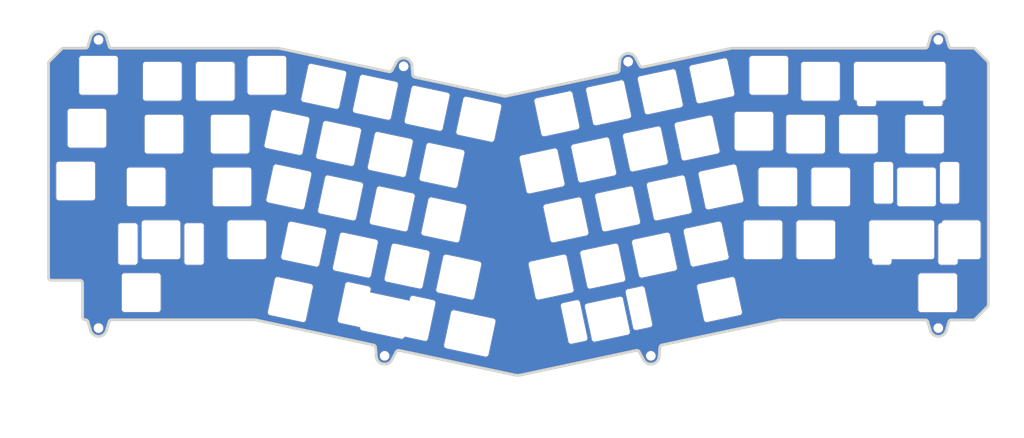
<source format=kicad_pcb>
(kicad_pcb (version 20171130) (host pcbnew "(5.1.10)-1")
  (layers (0 F.Cu signal) (31 B.Cu signal) (34 B.Paste user) (35 F.Paste user) (36 B.SilkS user) (37 F.SilkS user) (38 B.Mask user) (39 F.Mask user) (44 Edge.Cuts user))
  (net 0 "")
  (module CustomLogo:IPWT (layer F.Cu) (at 52.07 78.105)
    (fp_text reference G*** hide)
    (fp_text value LOGO hide)
  )
  (module CustomLogo:Holy (layer F.Cu) (at 276.86 78.74)
    (fp_text reference G*** hide)
    (fp_text value LOGO hide)
  )
  (gr_arc (start 155.757416 7.565316) (end 155.549504 8.543464) (angle -24) (layer Edge.Cuts) (width 1))
  (gr_line (start 196.160582 -0.0003) (end 155.965327 8.543464) (layer Edge.Cuts) (width 1))
  (gr_arc (start 195.95267 -0.978448) (end 196.160582 -0.0003) (angle -73.73979529) (layer Edge.Cuts) (width 1))
  (gr_line (start 197.191337 -4.145182) (end 196.949907 -0.904162) (layer Edge.Cuts) (width 1))
  (gr_arc (start 200.183048 -3.922323) (end 202.825467 -5.342753) (angle -147.4795906) (layer Edge.Cuts) (width 1))
  (gr_line (start 204.364266 -2.480132) (end 202.825467 -5.342753) (layer Edge.Cuts) (width 1))
  (gr_arc (start 205.245072 -2.953609) (end 204.364266 -2.480132) (angle -73.73979529) (layer Edge.Cuts) (width 1))
  (gr_line (start 237.46582 -8.779999) (end 205.452984 -1.975461) (layer Edge.Cuts) (width 1))
  (gr_line (start 307.25875 -8.779999) (end 237.46582 -8.779999) (layer Edge.Cuts) (width 1))
  (gr_arc (start 307.25875 -9.779999) (end 307.25875 -8.779999) (angle -73.73979529) (layer Edge.Cuts) (width 1))
  (gr_line (start 309.12875 -12.62) (end 308.21875 -9.499999) (layer Edge.Cuts) (width 1))
  (gr_arc (start 312.00875 -11.779999) (end 314.88875 -12.62) (angle -147.4795906) (layer Edge.Cuts) (width 1))
  (gr_line (start 315.79875 -9.499999) (end 314.88875 -12.62) (layer Edge.Cuts) (width 1))
  (gr_arc (start 316.758749 -9.779999) (end 315.79875 -9.499999) (angle -73.73979529) (layer Edge.Cuts) (width 1))
  (gr_line (start 324.604536 -8.779999) (end 316.75875 -8.779999) (layer Edge.Cuts) (width 1))
  (gr_arc (start 324.604536 -7.78) (end 325.311643 -8.487106) (angle -45) (layer Edge.Cuts) (width 1))
  (gr_line (start 329.725856 -4.072893) (end 325.311643 -8.487106) (layer Edge.Cuts) (width 1))
  (gr_arc (start 329.01875 -3.365786) (end 330.01875 -3.365786) (angle -45) (layer Edge.Cuts) (width 1))
  (gr_line (start 330.01875 83.753786) (end 330.01875 -3.365786) (layer Edge.Cuts) (width 1))
  (gr_arc (start 329.01875 83.753786) (end 329.725856 84.460893) (angle -45) (layer Edge.Cuts) (width 1))
  (gr_line (start 325.311643 88.875106) (end 329.725856 84.460893) (layer Edge.Cuts) (width 1))
  (gr_arc (start 324.604536 88.168) (end 324.604536 89.168) (angle -45) (layer Edge.Cuts) (width 1))
  (gr_line (start 316.74475 89.168) (end 324.604536 89.168) (layer Edge.Cuts) (width 1))
  (gr_arc (start 316.74475 90.168) (end 316.74475 89.168) (angle -73.73979529) (layer Edge.Cuts) (width 1))
  (gr_line (start 314.88875 92.96) (end 315.78475 89.888) (layer Edge.Cuts) (width 1))
  (gr_arc (start 312.00875 92.119999) (end 309.12875 92.96) (angle -147.4795906) (layer Edge.Cuts) (width 1))
  (gr_line (start 308.23275 89.888) (end 309.12875 92.96) (layer Edge.Cuts) (width 1))
  (gr_arc (start 307.27275 90.168) (end 308.23275 89.888) (angle -73.73979529) (layer Edge.Cuts) (width 1))
  (gr_line (start 255.429193 89.168) (end 307.27275 89.167999) (layer Edge.Cuts) (width 1))
  (gr_arc (start 255.429193 94.167999) (end 255.429193 89.168) (angle -12) (layer Edge.Cuts) (width 1))
  (gr_line (start 212.395948 98.203295) (end 254.389635 89.277261) (layer Edge.Cuts) (width 1))
  (gr_arc (start 212.60386 99.181443) (end 212.395948 98.203295) (angle -73.73979529) (layer Edge.Cuts) (width 1))
  (gr_line (start 211.365193 102.348177) (end 211.606623 99.107157) (layer Edge.Cuts) (width 1))
  (gr_arc (start 208.373482 102.125318) (end 205.731063 103.545748) (angle -147.4795906) (layer Edge.Cuts) (width 1))
  (gr_line (start 204.192264 100.683127) (end 205.731063 103.545748) (layer Edge.Cuts) (width 1))
  (gr_arc (start 203.311457 101.156604) (end 204.192264 100.683127) (angle -73.73979529) (layer Edge.Cuts) (width 1))
  (gr_line (start 161.409558 109.040787) (end 203.103546 100.178456) (layer Edge.Cuts) (width 1))
  (gr_arc (start 160.37 104.150049) (end 159.330441 109.040787) (angle -24) (layer Edge.Cuts) (width 1))
  (gr_line (start 117.636453 100.178456) (end 159.330441 109.040787) (layer Edge.Cuts) (width 1))
  (gr_arc (start 117.428542 101.156604) (end 117.636453 100.178456) (angle -73.73979529) (layer Edge.Cuts) (width 1))
  (gr_line (start 115.008936 103.545748) (end 116.547735 100.683127) (layer Edge.Cuts) (width 1))
  (gr_arc (start 112.366517 102.125318) (end 109.374806 102.348177) (angle -147.4795906) (layer Edge.Cuts) (width 1))
  (gr_line (start 109.133376 99.107157) (end 109.374806 102.348177) (layer Edge.Cuts) (width 1))
  (gr_arc (start 108.136139 99.181443) (end 109.133376 99.107157) (angle -73.73979529) (layer Edge.Cuts) (width 1))
  (gr_line (start 66.124542 89.229261) (end 108.344051 98.203295) (layer Edge.Cuts) (width 1))
  (gr_arc (start 65.084984 94.119999) (end 66.124542 89.229261) (angle -12) (layer Edge.Cuts) (width 1))
  (gr_line (start 13.979999 89.12) (end 65.084984 89.12) (layer Edge.Cuts) (width 1))
  (gr_arc (start 13.979999 90.12) (end 13.979999 89.12) (angle -73.73979529) (layer Edge.Cuts) (width 1))
  (gr_line (start 12.11 92.959999) (end 13.019999 89.84) (layer Edge.Cuts) (width 1))
  (gr_arc (start 9.23 92.119999) (end 6.35 92.959999) (angle -147.4795906) (layer Edge.Cuts) (width 1))
  (gr_line (start 5.44 89.84) (end 6.35 92.959999) (layer Edge.Cuts) (width 1))
  (gr_arc (start 4.48 90.119999) (end 5.44 89.84) (angle -73.73979529) (layer Edge.Cuts) (width 1))
  (gr_line (start 4.47 89.12) (end 4.48 89.12) (layer Edge.Cuts) (width 1))
  (gr_arc (start 4.47 88.12) (end 3.47 88.12) (angle -90) (layer Edge.Cuts) (width 1))
  (gr_line (start 3.47 75.87) (end 3.47 88.12) (layer Edge.Cuts) (width 1))
  (gr_arc (start 2.47 75.87) (end 3.47 75.87) (angle -90) (layer Edge.Cuts) (width 1))
  (gr_line (start -7.779999 74.87) (end 2.47 74.87) (layer Edge.Cuts) (width 1))
  (gr_arc (start -7.779999 73.87) (end -8.779999 73.87) (angle -90) (layer Edge.Cuts) (width 1))
  (gr_line (start -8.779999 -3.365786) (end -8.779999 73.87) (layer Edge.Cuts) (width 1))
  (gr_arc (start -7.779999 -3.365786) (end -8.487106 -4.072893) (angle -45) (layer Edge.Cuts) (width 1))
  (gr_line (start -4.072893 -8.487106) (end -8.487106 -4.072893) (layer Edge.Cuts) (width 1))
  (gr_arc (start -3.365786 -7.779999) (end -3.365786 -8.779999) (angle -45) (layer Edge.Cuts) (width 1))
  (gr_line (start 4.48 -8.779999) (end -3.365786 -8.779999) (layer Edge.Cuts) (width 1))
  (gr_arc (start 4.48 -9.779999) (end 4.48 -8.779999) (angle -73.73979529) (layer Edge.Cuts) (width 1))
  (gr_line (start 6.35 -12.619999) (end 5.44 -9.499999) (layer Edge.Cuts) (width 1))
  (gr_arc (start 9.23 -11.779999) (end 12.11 -12.619999) (angle -147.4795906) (layer Edge.Cuts) (width 1))
  (gr_line (start 13.02 -9.499999) (end 12.11 -12.619999) (layer Edge.Cuts) (width 1))
  (gr_arc (start 13.98 -9.779999) (end 13.02 -9.499999) (angle -73.73979529) (layer Edge.Cuts) (width 1))
  (gr_line (start 73.943907 -8.779999) (end 13.98 -8.779999) (layer Edge.Cuts) (width 1))
  (gr_arc (start 73.943907 -7.78) (end 74.151819 -8.758147) (angle -12) (layer Edge.Cuts) (width 1))
  (gr_line (start 113.967812 -0.294997) (end 74.151819 -8.758147) (layer Edge.Cuts) (width 1))
  (gr_arc (start 114.175724 -1.273144) (end 113.967812 -0.294997) (angle -73.73979529) (layer Edge.Cuts) (width 1))
  (gr_line (start 116.595329 -3.662288) (end 115.05653 -0.799668) (layer Edge.Cuts) (width 1))
  (gr_arc (start 119.237748 -2.241859) (end 122.229459 -2.464717) (angle -147.4795906) (layer Edge.Cuts) (width 1))
  (gr_line (start 122.470889 0.776302) (end 122.229459 -2.464717) (layer Edge.Cuts) (width 1))
  (gr_arc (start 123.468126 0.702016) (end 122.470889 0.776302) (angle -73.73979529) (layer Edge.Cuts) (width 1))
  (gr_line (start 155.549504 8.543464) (end 123.260214 1.680164) (layer Edge.Cuts) (width 1))
  (gr_circle (center 119.237748 -2.241859) (end 120.987748 -2.241859) (layer Edge.Cuts) (width 0.000001))
  (gr_circle (center 200.183048 -3.922323) (end 201.933048 -3.922323) (layer Edge.Cuts) (width 0.000001))
  (gr_circle (center 9.23 -11.779999) (end 10.98 -11.779999) (layer Edge.Cuts) (width 0.000001))
  (gr_circle (center 312.00875 92.119999) (end 313.75875 92.119999) (layer Edge.Cuts) (width 0.000001))
  (gr_circle (center 9.23 92.119999) (end 10.98 92.119999) (layer Edge.Cuts) (width 0.000001))
  (gr_circle (center 312.00875 -11.779999) (end 313.75875 -11.779999) (layer Edge.Cuts) (width 0.000001))
  (gr_circle (center 112.366517 102.125318) (end 114.116517 102.125318) (layer Edge.Cuts) (width 0.000001))
  (gr_circle (center 208.373482 102.125318) (end 210.123482 102.125318) (layer Edge.Cuts) (width 0.000001))
  (gr_arc (start 134.805652 98.426585) (end 133.827505 98.218673) (angle -90) (layer Edge.Cuts) (width 0.1))
  (gr_line (start 148.663503 102.394503) (end 134.597741 99.404733) (layer Edge.Cuts) (width 0.1))
  (gr_arc (start 148.871415 101.416355) (end 148.663503 102.394503) (angle -90) (layer Edge.Cuts) (width 0.1))
  (gr_line (start 152.344503 89.886496) (end 149.849563 101.624267) (layer Edge.Cuts) (width 0.1))
  (gr_arc (start 151.366355 89.678584) (end 152.344503 89.886496) (angle -90) (layer Edge.Cuts) (width 0.1))
  (gr_line (start 137.508504 85.710666) (end 151.574267 88.700436) (layer Edge.Cuts) (width 0.1))
  (gr_arc (start 137.300593 86.688814) (end 137.508504 85.710666) (angle -90) (layer Edge.Cuts) (width 0.1))
  (gr_line (start 133.827505 98.218673) (end 136.322445 86.480902) (layer Edge.Cuts) (width 0.1))
  (gr_arc (start 118.551415 94.976355) (end 118.343503 95.954503) (angle -90) (layer Edge.Cuts) (width 0.1))
  (gr_line (start 119.532071 95.172467) (end 119.529563 95.184267) (layer Edge.Cuts) (width 0.1))
  (gr_arc (start 119.836168 94.219826) (end 119.532071 95.172467) (angle -5.703846008) (layer Edge.Cuts) (width 0.1))
  (gr_line (start 121.799315 95.659447) (end 119.628256 95.197974) (layer Edge.Cuts) (width 0.1))
  (gr_arc (start 122.122198 94.713008) (end 121.799315 95.659447) (angle -6.837363843) (layer Edge.Cuts) (width 0.1))
  (gr_line (start 126.805024 96.730714) (end 121.914286 95.691155) (layer Edge.Cuts) (width 0.1))
  (gr_arc (start 127.012936 95.752566) (end 126.805024 96.730714) (angle -90) (layer Edge.Cuts) (width 0.1))
  (gr_line (start 130.693936 83.244559) (end 127.991084 95.960478) (layer Edge.Cuts) (width 0.1))
  (gr_arc (start 129.715788 83.036647) (end 130.693936 83.244559) (angle -90) (layer Edge.Cuts) (width 0.1))
  (gr_line (start 127.752641 81.597027) (end 129.9237 82.0585) (layer Edge.Cuts) (width 0.1))
  (gr_arc (start 127.429758 82.543466) (end 127.752641 81.597027) (angle -6.837363844) (layer Edge.Cuts) (width 0.1))
  (gr_line (start 122.746931 80.52576) (end 127.637669 81.565318) (layer Edge.Cuts) (width 0.1))
  (gr_arc (start 122.53902 81.503907) (end 122.746931 80.52576) (angle -90) (layer Edge.Cuts) (width 0.1))
  (gr_line (start 121.350452 82.285943) (end 121.560872 81.295996) (layer Edge.Cuts) (width 0.1))
  (gr_arc (start 121.046355 83.238584) (end 121.350452 82.285943) (angle -5.703846008) (layer Edge.Cuts) (width 0.1))
  (gr_line (start 119.055701 81.793117) (end 121.254267 82.260436) (layer Edge.Cuts) (width 0.1))
  (gr_arc (start 118.754914 82.746808) (end 119.055701 81.793117) (angle -5.504849088) (layer Edge.Cuts) (width 0.1))
  (gr_line (start 107.225055 79.27372) (end 118.962826 81.768661) (layer Edge.Cuts) (width 0.1))
  (gr_arc (start 107.017143 80.251868) (end 107.225055 79.27372) (angle -5.416012669) (layer Edge.Cuts) (width 0.1))
  (gr_line (start 107.339684 78.28046) (end 107.131803 79.258463) (layer Edge.Cuts) (width 0.1))
  (gr_arc (start 106.361536 78.072548) (end 107.339684 78.28046) (angle -90) (layer Edge.Cuts) (width 0.1))
  (gr_line (start 104.398388 76.632927) (end 106.569448 77.0944) (layer Edge.Cuts) (width 0.1))
  (gr_arc (start 104.075506 77.579366) (end 104.398388 76.632927) (angle -6.837363845) (layer Edge.Cuts) (width 0.1))
  (gr_line (start 99.392679 75.56166) (end 104.283417 76.601219) (layer Edge.Cuts) (width 0.1))
  (gr_arc (start 99.184768 76.539808) (end 99.392679 75.56166) (angle -90) (layer Edge.Cuts) (width 0.1))
  (gr_line (start 95.503768 89.047815) (end 98.20662 76.331896) (layer Edge.Cuts) (width 0.1))
  (gr_arc (start 96.481916 89.255727) (end 95.503768 89.047815) (angle -90) (layer Edge.Cuts) (width 0.1))
  (gr_line (start 98.445063 90.695347) (end 96.274004 90.233874) (layer Edge.Cuts) (width 0.1))
  (gr_arc (start 98.767946 89.748908) (end 98.445063 90.695347) (angle -6.837363846) (layer Edge.Cuts) (width 0.1))
  (gr_line (start 103.450772 91.766614) (end 98.560034 90.727056) (layer Edge.Cuts) (width 0.1))
  (gr_arc (start 103.658684 90.788467) (end 103.450772 91.766614) (angle -5.416013293) (layer Edge.Cuts) (width 0.1))
  (gr_arc (start 104.522203 91.989639) (end 103.544025 91.781872) (angle -89.99156362) (layer Edge.Cuts) (width 0.1))
  (gr_line (start 106.512857 93.435106) (end 104.314291 92.967787) (layer Edge.Cuts) (width 0.1))
  (gr_arc (start 106.813644 92.481415) (end 106.512857 93.435106) (angle -5.504849089) (layer Edge.Cuts) (width 0.1))
  (gr_line (start 118.343503 95.954503) (end 106.605732 93.459563) (layer Edge.Cuts) (width 0.1))
  (gr_arc (start 205.159201 78.072989) (end 206.137349 77.865078) (angle -90) (layer Edge.Cuts) (width 0.1))
  (gr_line (start 200.060551 78.1344) (end 204.951289 77.094842) (layer Edge.Cuts) (width 0.1))
  (gr_arc (start 200.268463 79.112548) (end 200.060551 78.1344) (angle -90) (layer Edge.Cuts) (width 0.1))
  (gr_line (start 201.993167 92.036378) (end 199.290315 79.32046) (layer Edge.Cuts) (width 0.1))
  (gr_arc (start 202.971315 91.828467) (end 201.993167 92.036378) (angle -90) (layer Edge.Cuts) (width 0.1))
  (gr_line (start 208.069965 91.767056) (end 203.179227 92.806614) (layer Edge.Cuts) (width 0.1))
  (gr_arc (start 207.862053 90.788908) (end 208.069965 91.767056) (angle -90) (layer Edge.Cuts) (width 0.1))
  (gr_line (start 206.137349 77.865078) (end 208.840201 90.580997) (layer Edge.Cuts) (width 0.1))
  (gr_arc (start -4.999999 45.099999) (end -6 45.1) (angle -90) (layer Edge.Cuts) (width 0.1))
  (gr_line (start 7 46.1) (end -5 46.1) (layer Edge.Cuts) (width 0.1))
  (gr_arc (start 6.999999 45.099999) (end 7 46.1) (angle -90) (layer Edge.Cuts) (width 0.1))
  (gr_line (start 8 33.1) (end 8 45.1) (layer Edge.Cuts) (width 0.1))
  (gr_arc (start 6.999999 33.1) (end 8 33.1) (angle -90) (layer Edge.Cuts) (width 0.1))
  (gr_line (start -5 32.1) (end 7 32.1) (layer Edge.Cuts) (width 0.1))
  (gr_arc (start -5 33.099999) (end -5 32.1) (angle -90) (layer Edge.Cuts) (width 0.1))
  (gr_line (start -6 45.1) (end -6 33.1) (layer Edge.Cuts) (width 0.1))
  (gr_arc (start 22.322 68.29) (end 22.322 69.29) (angle -90) (layer Edge.Cuts) (width 0.1))
  (gr_line (start 23.322 55.29) (end 23.322 68.29) (layer Edge.Cuts) (width 0.1))
  (gr_arc (start 22.322 55.29) (end 23.322 55.29) (angle -90) (layer Edge.Cuts) (width 0.1))
  (gr_line (start 17.322 54.29) (end 22.322 54.29) (layer Edge.Cuts) (width 0.1))
  (gr_arc (start 17.322 55.29) (end 17.322 54.29) (angle -90) (layer Edge.Cuts) (width 0.1))
  (gr_line (start 16.322 68.29) (end 16.322 55.29) (layer Edge.Cuts) (width 0.1))
  (gr_arc (start 17.322 68.29) (end 16.322 68.29) (angle -90) (layer Edge.Cuts) (width 0.1))
  (gr_line (start 22.322 69.29) (end 17.322 69.29) (layer Edge.Cuts) (width 0.1))
  (gr_arc (start 181.804949 83.037089) (end 182.783096 82.829177) (angle -90) (layer Edge.Cuts) (width 0.1))
  (gr_line (start 176.706299 83.0985) (end 181.597037 82.058941) (layer Edge.Cuts) (width 0.1))
  (gr_arc (start 176.914211 84.076647) (end 176.706299 83.0985) (angle -90) (layer Edge.Cuts) (width 0.1))
  (gr_line (start 178.638915 97.000478) (end 175.936063 84.284559) (layer Edge.Cuts) (width 0.1))
  (gr_arc (start 179.617063 96.792566) (end 178.638915 97.000478) (angle -90) (layer Edge.Cuts) (width 0.1))
  (gr_line (start 184.715713 96.731155) (end 179.824975 97.770714) (layer Edge.Cuts) (width 0.1))
  (gr_arc (start 184.507801 95.753008) (end 184.715713 96.731155) (angle -90) (layer Edge.Cuts) (width 0.1))
  (gr_line (start 182.783096 82.829177) (end 185.485948 95.545096) (layer Edge.Cuts) (width 0.1))
  (gr_arc (start 25.76 66.29) (end 24.76 66.29) (angle -90) (layer Edge.Cuts) (width 0.1))
  (gr_line (start 37.76 67.29) (end 25.76 67.29) (layer Edge.Cuts) (width 0.1))
  (gr_arc (start 37.76 66.289999) (end 37.76 67.29) (angle -90) (layer Edge.Cuts) (width 0.1))
  (gr_line (start 38.76 54.29) (end 38.76 66.29) (layer Edge.Cuts) (width 0.1))
  (gr_arc (start 37.76 54.29) (end 38.76 54.29) (angle -90) (layer Edge.Cuts) (width 0.1))
  (gr_line (start 25.76 53.29) (end 37.759999 53.29) (layer Edge.Cuts) (width 0.1))
  (gr_arc (start 25.759999 54.289999) (end 25.76 53.29) (angle -90) (layer Edge.Cuts) (width 0.1))
  (gr_line (start 24.76 66.29) (end 24.76 54.29) (layer Edge.Cuts) (width 0.1))
  (gr_arc (start 294.132 68.29) (end 294.132 69.29) (angle -90) (layer Edge.Cuts) (width 0.1))
  (gr_line (start 295.132 67.29) (end 295.132 68.29) (layer Edge.Cuts) (width 0.1))
  (gr_line (start 309.57 67.29) (end 295.132 67.29) (layer Edge.Cuts) (width 0.1))
  (gr_arc (start 309.57 66.29) (end 309.57 67.29) (angle -90) (layer Edge.Cuts) (width 0.1))
  (gr_line (start 310.57 54.29) (end 310.57 66.29) (layer Edge.Cuts) (width 0.1))
  (gr_arc (start 309.57 54.289999) (end 310.57 54.29) (angle -90) (layer Edge.Cuts) (width 0.1))
  (gr_line (start 288.045 53.29) (end 309.57 53.289999) (layer Edge.Cuts) (width 0.1))
  (gr_arc (start 288.044999 54.289999) (end 288.045 53.29) (angle -90) (layer Edge.Cuts) (width 0.1))
  (gr_line (start 287.045 66.29) (end 287.045 54.29) (layer Edge.Cuts) (width 0.1))
  (gr_arc (start 288.045 66.29) (end 287.045 66.29) (angle -90) (layer Edge.Cuts) (width 0.1))
  (gr_line (start 288.132 67.29) (end 288.045 67.29) (layer Edge.Cuts) (width 0.1))
  (gr_line (start 288.132 68.29) (end 288.132 67.29) (layer Edge.Cuts) (width 0.1))
  (gr_arc (start 289.132 68.29) (end 288.132 68.29) (angle -90) (layer Edge.Cuts) (width 0.1))
  (gr_line (start 294.132 69.29) (end 289.132 69.29) (layer Edge.Cuts) (width 0.1))
  (gr_arc (start 294.721999 33.239999) (end 295.721999 33.239999) (angle -90) (layer Edge.Cuts) (width 0.1))
  (gr_line (start 289.721999 32.239999) (end 294.721999 32.239999) (layer Edge.Cuts) (width 0.1))
  (gr_arc (start 289.721999 33.239999) (end 289.721999 32.239999) (angle -90) (layer Edge.Cuts) (width 0.1))
  (gr_line (start 288.721999 46.239999) (end 288.721999 33.239999) (layer Edge.Cuts) (width 0.1))
  (gr_arc (start 289.721999 46.239999) (end 288.721999 46.239999) (angle -90) (layer Edge.Cuts) (width 0.1))
  (gr_line (start 294.721999 47.239999) (end 289.721999 47.239999) (layer Edge.Cuts) (width 0.1))
  (gr_arc (start 294.721999 46.239999) (end 294.721999 47.239999) (angle -90) (layer Edge.Cuts) (width 0.1))
  (gr_line (start 295.721999 33.239999) (end 295.721999 46.239999) (layer Edge.Cuts) (width 0.1))
  (gr_arc (start 46.198 55.29) (end 47.198 55.29) (angle -90) (layer Edge.Cuts) (width 0.1))
  (gr_line (start 41.198 54.29) (end 46.198 54.29) (layer Edge.Cuts) (width 0.1))
  (gr_arc (start 41.198 55.29) (end 41.198 54.29) (angle -90) (layer Edge.Cuts) (width 0.1))
  (gr_line (start 40.198 68.29) (end 40.198 55.29) (layer Edge.Cuts) (width 0.1))
  (gr_arc (start 41.198 68.29) (end 40.198 68.29) (angle -90) (layer Edge.Cuts) (width 0.1))
  (gr_line (start 46.198 69.29) (end 41.198 69.29) (layer Edge.Cuts) (width 0.1))
  (gr_arc (start 46.198 68.29) (end 46.198 69.29) (angle -90) (layer Edge.Cuts) (width 0.1))
  (gr_line (start 47.198 55.29) (end 47.198 68.29) (layer Edge.Cuts) (width 0.1))
  (gr_arc (start 313.597999 46.239999) (end 312.597999 46.239999) (angle -90) (layer Edge.Cuts) (width 0.1))
  (gr_line (start 318.597999 47.239999) (end 313.597999 47.239999) (layer Edge.Cuts) (width 0.1))
  (gr_arc (start 318.597999 46.239999) (end 318.597999 47.239999) (angle -90) (layer Edge.Cuts) (width 0.1))
  (gr_line (start 319.597999 33.239999) (end 319.597999 46.239999) (layer Edge.Cuts) (width 0.1))
  (gr_arc (start 318.597999 33.239999) (end 319.597999 33.239999) (angle -90) (layer Edge.Cuts) (width 0.1))
  (gr_line (start 313.597999 32.239999) (end 318.597999 32.239999) (layer Edge.Cuts) (width 0.1))
  (gr_arc (start 313.597999 33.239999) (end 313.597999 32.239999) (angle -90) (layer Edge.Cuts) (width 0.1))
  (gr_line (start 312.597999 46.239999) (end 312.597999 33.239999) (layer Edge.Cuts) (width 0.1))
  (gr_arc (start 313.008 68.29) (end 312.008 68.29) (angle -90) (layer Edge.Cuts) (width 0.1))
  (gr_line (start 318.008 69.29) (end 313.008 69.29) (layer Edge.Cuts) (width 0.1))
  (gr_arc (start 318.008 68.29) (end 318.008 69.29) (angle -90) (layer Edge.Cuts) (width 0.1))
  (gr_line (start 319.008 67.29) (end 319.008 68.29) (layer Edge.Cuts) (width 0.1))
  (gr_line (start 326.23875 67.29) (end 319.008 67.29) (layer Edge.Cuts) (width 0.1))
  (gr_arc (start 326.23875 66.289999) (end 326.23875 67.29) (angle -90) (layer Edge.Cuts) (width 0.1))
  (gr_line (start 327.23875 54.29) (end 327.23875 66.29) (layer Edge.Cuts) (width 0.1))
  (gr_arc (start 326.23875 54.29) (end 327.23875 54.29) (angle -90) (layer Edge.Cuts) (width 0.1))
  (gr_line (start 314.23875 53.29) (end 326.23875 53.289999) (layer Edge.Cuts) (width 0.1))
  (gr_arc (start 314.23875 54.29) (end 314.23875 53.29) (angle -90.00001709) (layer Edge.Cuts) (width 0.1))
  (gr_line (start 313.008 54.29) (end 313.23875 54.29) (layer Edge.Cuts) (width 0.1))
  (gr_arc (start 313.008 55.29) (end 313.008 54.29) (angle -90) (layer Edge.Cuts) (width 0.1))
  (gr_line (start 312.008 68.29) (end 312.008 55.29) (layer Edge.Cuts) (width 0.1))
  (gr_arc (start 312.543 11.14) (end 312.543 12.14) (angle -90) (layer Edge.Cuts) (width 0.1))
  (gr_line (start 313.543 10.14) (end 313.543 11.14) (layer Edge.Cuts) (width 0.1))
  (gr_line (start 313.63 10.14) (end 313.543 10.14) (layer Edge.Cuts) (width 0.1))
  (gr_arc (start 313.63 9.14) (end 313.63 10.14) (angle -90) (layer Edge.Cuts) (width 0.1))
  (gr_line (start 314.63 -2.86) (end 314.63 9.139999) (layer Edge.Cuts) (width 0.1))
  (gr_arc (start 313.63 -2.86) (end 314.63 -2.86) (angle -90) (layer Edge.Cuts) (width 0.1))
  (gr_line (start 282.58 -3.86) (end 313.63 -3.86) (layer Edge.Cuts) (width 0.1))
  (gr_arc (start 282.58 -2.859999) (end 282.58 -3.86) (angle -90) (layer Edge.Cuts) (width 0.1))
  (gr_line (start 281.58 9.14) (end 281.58 -2.86) (layer Edge.Cuts) (width 0.1))
  (gr_arc (start 282.58 9.139999) (end 281.58 9.14) (angle -90) (layer Edge.Cuts) (width 0.1))
  (gr_line (start 282.667 10.14) (end 282.58 10.14) (layer Edge.Cuts) (width 0.1))
  (gr_line (start 282.667 11.14) (end 282.667 10.14) (layer Edge.Cuts) (width 0.1))
  (gr_arc (start 283.667 11.14) (end 282.667 11.14) (angle -90) (layer Edge.Cuts) (width 0.1))
  (gr_line (start 288.667 12.14) (end 283.667 12.14) (layer Edge.Cuts) (width 0.1))
  (gr_arc (start 288.667 11.14) (end 288.667 12.14) (angle -90) (layer Edge.Cuts) (width 0.1))
  (gr_line (start 289.667 10.14) (end 289.667 11.14) (layer Edge.Cuts) (width 0.1))
  (gr_line (start 306.543 10.14) (end 289.667 10.14) (layer Edge.Cuts) (width 0.1))
  (gr_line (start 306.543 11.14) (end 306.543 10.14) (layer Edge.Cuts) (width 0.1))
  (gr_arc (start 307.543 11.14) (end 306.543 11.14) (angle -90) (layer Edge.Cuts) (width 0.1))
  (gr_line (start 312.543 12.14) (end 307.543 12.14) (layer Edge.Cuts) (width 0.1))
  (gr_arc (start -0.93 26.05) (end -1.929999 26.05) (angle -90) (layer Edge.Cuts) (width 0.1))
  (gr_line (start 11.069999 27.05) (end -0.929999 27.05) (layer Edge.Cuts) (width 0.1))
  (gr_arc (start 11.07 26.05) (end 11.069999 27.05) (angle -90) (layer Edge.Cuts) (width 0.1))
  (gr_line (start 12.069999 14.05) (end 12.07 26.05) (layer Edge.Cuts) (width 0.1))
  (gr_arc (start 11.069999 14.05) (end 12.069999 14.05) (angle -90) (layer Edge.Cuts) (width 0.1))
  (gr_line (start -0.929999 13.05) (end 11.069999 13.05) (layer Edge.Cuts) (width 0.1))
  (gr_arc (start -0.929999 14.05) (end -0.929999 13.05) (angle -90) (layer Edge.Cuts) (width 0.1))
  (gr_line (start -1.929999 26.05) (end -1.93 14.05) (layer Edge.Cuts) (width 0.1))
  (gr_arc (start 68.709999 66.289999) (end 68.71 67.29) (angle -90) (layer Edge.Cuts) (width 0.1))
  (gr_line (start 69.71 54.29) (end 69.71 66.29) (layer Edge.Cuts) (width 0.1))
  (gr_arc (start 68.71 54.29) (end 69.71 54.29) (angle -90) (layer Edge.Cuts) (width 0.1))
  (gr_line (start 56.709999 53.29) (end 68.71 53.29) (layer Edge.Cuts) (width 0.1))
  (gr_arc (start 56.709999 54.29) (end 56.709999 53.29) (angle -90) (layer Edge.Cuts) (width 0.1))
  (gr_line (start 55.709999 66.29) (end 55.709999 54.29) (layer Edge.Cuts) (width 0.1))
  (gr_arc (start 56.71 66.29) (end 55.709999 66.29) (angle -90) (layer Edge.Cuts) (width 0.1))
  (gr_line (start 68.71 67.29) (end 56.709999 67.29) (layer Edge.Cuts) (width 0.1))
  (gr_arc (start 3.23 7) (end 2.23 7) (angle -90) (layer Edge.Cuts) (width 0.1))
  (gr_line (start 15.23 8) (end 3.23 8) (layer Edge.Cuts) (width 0.1))
  (gr_arc (start 15.23 7) (end 15.23 8) (angle -90) (layer Edge.Cuts) (width 0.1))
  (gr_line (start 16.23 -4.999999) (end 16.23 7) (layer Edge.Cuts) (width 0.1))
  (gr_arc (start 15.23 -4.999999) (end 16.23 -4.999999) (angle -90) (layer Edge.Cuts) (width 0.1))
  (gr_line (start 3.23 -5.999999) (end 15.23 -5.999999) (layer Edge.Cuts) (width 0.1))
  (gr_arc (start 3.23 -4.999999) (end 3.23 -5.999999) (angle -90) (layer Edge.Cuts) (width 0.1))
  (gr_line (start 2.23 7) (end 2.23 -4.999999) (layer Edge.Cuts) (width 0.1))
  (gr_arc (start 317.7956 85.387999) (end 317.7956 86.388) (angle -90) (layer Edge.Cuts) (width 0.1))
  (gr_line (start 318.7956 73.388) (end 318.7956 85.388) (layer Edge.Cuts) (width 0.1))
  (gr_arc (start 317.7956 73.388) (end 318.7956 73.388) (angle -90) (layer Edge.Cuts) (width 0.1))
  (gr_line (start 305.7956 72.388) (end 317.7956 72.388) (layer Edge.Cuts) (width 0.1))
  (gr_arc (start 305.7956 73.388) (end 305.7956 72.388) (angle -90) (layer Edge.Cuts) (width 0.1))
  (gr_line (start 304.7956 85.388) (end 304.7956 73.388) (layer Edge.Cuts) (width 0.1))
  (gr_arc (start 305.7956 85.388) (end 304.7956 85.388) (angle -90) (layer Edge.Cuts) (width 0.1))
  (gr_line (start 317.7956 86.388) (end 305.7956 86.388) (layer Edge.Cuts) (width 0.1))
  (gr_arc (start 256.899999 6.999999) (end 256.9 8) (angle -90) (layer Edge.Cuts) (width 0.1))
  (gr_line (start 244.9 8) (end 256.9 8) (layer Edge.Cuts) (width 0.1))
  (gr_arc (start 244.899999 6.999999) (end 243.899999 7) (angle -90) (layer Edge.Cuts) (width 0.1))
  (gr_line (start 243.9 -5) (end 243.899999 7) (layer Edge.Cuts) (width 0.1))
  (gr_arc (start 244.9 -5) (end 244.9 -6) (angle -90) (layer Edge.Cuts) (width 0.1))
  (gr_line (start 256.9 -6) (end 244.9 -6) (layer Edge.Cuts) (width 0.1))
  (gr_arc (start 256.9 -4.999999) (end 257.9 -5) (angle -90) (layer Edge.Cuts) (width 0.1))
  (gr_line (start 257.9 7) (end 257.9 -5) (layer Edge.Cuts) (width 0.1))
  (gr_arc (start 298.16 47.239999) (end 297.16 47.24) (angle -90) (layer Edge.Cuts) (width 0.1))
  (gr_line (start 310.16 48.24) (end 298.16 48.24) (layer Edge.Cuts) (width 0.1))
  (gr_arc (start 310.16 47.24) (end 310.16 48.24) (angle -90) (layer Edge.Cuts) (width 0.1))
  (gr_line (start 311.16 35.24) (end 311.16 47.24) (layer Edge.Cuts) (width 0.1))
  (gr_arc (start 310.16 35.239999) (end 311.16 35.24) (angle -90) (layer Edge.Cuts) (width 0.1))
  (gr_line (start 298.16 34.24) (end 310.16 34.239999) (layer Edge.Cuts) (width 0.1))
  (gr_arc (start 298.16 35.24) (end 298.16 34.24) (angle -90) (layer Edge.Cuts) (width 0.1))
  (gr_line (start 297.16 47.24) (end 297.16 35.24) (layer Edge.Cuts) (width 0.1))
  (gr_arc (start 260.16 47.239999) (end 260.16 48.24) (angle -90) (layer Edge.Cuts) (width 0.1))
  (gr_line (start 261.16 35.24) (end 261.16 47.24) (layer Edge.Cuts) (width 0.1))
  (gr_arc (start 260.16 35.24) (end 261.16 35.24) (angle -90) (layer Edge.Cuts) (width 0.1))
  (gr_line (start 248.16 34.24) (end 260.16 34.239999) (layer Edge.Cuts) (width 0.1))
  (gr_arc (start 248.159999 35.24) (end 248.16 34.24) (angle -90) (layer Edge.Cuts) (width 0.1))
  (gr_line (start 247.16 47.24) (end 247.159999 35.24) (layer Edge.Cuts) (width 0.1))
  (gr_arc (start 248.16 47.24) (end 247.16 47.24) (angle -90) (layer Edge.Cuts) (width 0.1))
  (gr_line (start 260.16 48.24) (end 248.16 48.24) (layer Edge.Cuts) (width 0.1))
  (gr_arc (start 273.85 66.29) (end 273.85 67.29) (angle -90) (layer Edge.Cuts) (width 0.1))
  (gr_line (start 274.85 54.29) (end 274.85 66.29) (layer Edge.Cuts) (width 0.1))
  (gr_arc (start 273.85 54.289999) (end 274.85 54.29) (angle -90) (layer Edge.Cuts) (width 0.1))
  (gr_line (start 261.85 53.29) (end 273.85 53.29) (layer Edge.Cuts) (width 0.1))
  (gr_arc (start 261.85 54.29) (end 261.85 53.29) (angle -90) (layer Edge.Cuts) (width 0.1))
  (gr_line (start 260.85 66.29) (end 260.85 54.29) (layer Edge.Cuts) (width 0.1))
  (gr_arc (start 261.85 66.289999) (end 260.85 66.29) (angle -90) (layer Edge.Cuts) (width 0.1))
  (gr_line (start 273.85 67.29) (end 261.85 67.29) (layer Edge.Cuts) (width 0.1))
  (gr_arc (start 254.799999 66.289999) (end 254.8 67.29) (angle -90) (layer Edge.Cuts) (width 0.1))
  (gr_line (start 242.8 67.29) (end 254.8 67.29) (layer Edge.Cuts) (width 0.1))
  (gr_arc (start 242.8 66.289999) (end 241.8 66.29) (angle -90) (layer Edge.Cuts) (width 0.1))
  (gr_line (start 241.8 54.29) (end 241.8 66.29) (layer Edge.Cuts) (width 0.1))
  (gr_arc (start 242.8 54.29) (end 242.8 53.289999) (angle -90) (layer Edge.Cuts) (width 0.1))
  (gr_line (start 254.8 53.29) (end 242.8 53.289999) (layer Edge.Cuts) (width 0.1))
  (gr_arc (start 254.799999 54.29) (end 255.8 54.29) (angle -90) (layer Edge.Cuts) (width 0.1))
  (gr_line (start 255.8 66.29) (end 255.8 54.29) (layer Edge.Cuts) (width 0.1))
  (gr_arc (start 279.21 35.24) (end 280.21 35.24) (angle -90) (layer Edge.Cuts) (width 0.1))
  (gr_line (start 280.21 47.24) (end 280.21 35.24) (layer Edge.Cuts) (width 0.1))
  (gr_arc (start 279.21 47.239999) (end 279.21 48.24) (angle -90) (layer Edge.Cuts) (width 0.1))
  (gr_line (start 267.209999 48.24) (end 279.21 48.24) (layer Edge.Cuts) (width 0.1))
  (gr_arc (start 267.21 47.239999) (end 266.21 47.24) (angle -90) (layer Edge.Cuts) (width 0.1))
  (gr_line (start 266.21 35.24) (end 266.21 47.24) (layer Edge.Cuts) (width 0.1))
  (gr_arc (start 267.21 35.24) (end 267.209999 34.239999) (angle -90) (layer Edge.Cuts) (width 0.1))
  (gr_line (start 279.21 34.24) (end 267.209999 34.239999) (layer Edge.Cuts) (width 0.1))
  (gr_arc (start 30.619999 85.339999) (end 30.62 86.34) (angle -90) (layer Edge.Cuts) (width 0.1))
  (gr_line (start 31.62 73.34) (end 31.62 85.34) (layer Edge.Cuts) (width 0.1))
  (gr_arc (start 30.62 73.34) (end 31.62 73.34) (angle -90) (layer Edge.Cuts) (width 0.1))
  (gr_line (start 18.619999 72.34) (end 30.62 72.34) (layer Edge.Cuts) (width 0.1))
  (gr_arc (start 18.619999 73.339999) (end 18.619999 72.34) (angle -90) (layer Edge.Cuts) (width 0.1))
  (gr_line (start 17.62 85.34) (end 17.619999 73.34) (layer Edge.Cuts) (width 0.1))
  (gr_arc (start 18.62 85.34) (end 17.62 85.34) (angle -90) (layer Edge.Cuts) (width 0.1))
  (gr_line (start 30.62 86.34) (end 18.619999 86.34) (layer Edge.Cuts) (width 0.1))
  (gr_arc (start 277.22 28.19) (end 276.22 28.19) (angle -90) (layer Edge.Cuts) (width 0.1))
  (gr_line (start 289.22 29.19) (end 277.22 29.19) (layer Edge.Cuts) (width 0.1))
  (gr_arc (start 289.22 28.189999) (end 289.22 29.19) (angle -90) (layer Edge.Cuts) (width 0.1))
  (gr_line (start 290.22 16.189999) (end 290.22 28.19) (layer Edge.Cuts) (width 0.1))
  (gr_arc (start 289.22 16.19) (end 290.22 16.189999) (angle -90) (layer Edge.Cuts) (width 0.1))
  (gr_line (start 277.22 15.189999) (end 289.22 15.189999) (layer Edge.Cuts) (width 0.1))
  (gr_arc (start 277.22 16.189999) (end 277.22 15.189999) (angle -90) (layer Edge.Cuts) (width 0.1))
  (gr_line (start 276.22 28.19) (end 276.22 16.189999) (layer Edge.Cuts) (width 0.1))
  (gr_arc (start 251.54 27.13) (end 251.54 28.13) (angle -90) (layer Edge.Cuts) (width 0.1))
  (gr_line (start 252.54 15.129999) (end 252.54 27.13) (layer Edge.Cuts) (width 0.1))
  (gr_arc (start 251.54 15.129999) (end 252.54 15.129999) (angle -90) (layer Edge.Cuts) (width 0.1))
  (gr_line (start 239.54 14.129999) (end 251.54 14.129999) (layer Edge.Cuts) (width 0.1))
  (gr_arc (start 239.54 15.13) (end 239.54 14.129999) (angle -90) (layer Edge.Cuts) (width 0.1))
  (gr_line (start 238.54 27.13) (end 238.54 15.129999) (layer Edge.Cuts) (width 0.1))
  (gr_arc (start 239.54 27.129999) (end 238.54 27.13) (angle -90) (layer Edge.Cuts) (width 0.1))
  (gr_line (start 251.54 28.13) (end 239.54 28.13) (layer Edge.Cuts) (width 0.1))
  (gr_arc (start 301.04 28.189999) (end 300.04 28.19) (angle -90) (layer Edge.Cuts) (width 0.1))
  (gr_line (start 313.04 29.19) (end 301.04 29.19) (layer Edge.Cuts) (width 0.1))
  (gr_arc (start 313.04 28.19) (end 313.04 29.19) (angle -90) (layer Edge.Cuts) (width 0.1))
  (gr_line (start 314.04 16.189999) (end 314.04 28.19) (layer Edge.Cuts) (width 0.1))
  (gr_arc (start 313.04 16.189999) (end 314.04 16.189999) (angle -90) (layer Edge.Cuts) (width 0.1))
  (gr_line (start 301.04 15.189999) (end 313.04 15.189999) (layer Edge.Cuts) (width 0.1))
  (gr_arc (start 301.04 16.19) (end 301.04 15.189999) (angle -90) (layer Edge.Cuts) (width 0.1))
  (gr_line (start 300.04 28.19) (end 300.04 16.189999) (layer Edge.Cuts) (width 0.1))
  (gr_arc (start 258.17 28.19) (end 257.17 28.19) (angle -90) (layer Edge.Cuts) (width 0.1))
  (gr_line (start 270.17 29.19) (end 258.17 29.19) (layer Edge.Cuts) (width 0.1))
  (gr_arc (start 270.17 28.189999) (end 270.17 29.19) (angle -90) (layer Edge.Cuts) (width 0.1))
  (gr_line (start 271.17 16.189999) (end 271.17 28.19) (layer Edge.Cuts) (width 0.1))
  (gr_arc (start 270.17 16.19) (end 271.17 16.189999) (angle -90) (layer Edge.Cuts) (width 0.1))
  (gr_line (start 258.17 15.189999) (end 270.17 15.189999) (layer Edge.Cuts) (width 0.1))
  (gr_arc (start 258.17 16.189999) (end 258.17 15.189999) (angle -90) (layer Edge.Cuts) (width 0.1))
  (gr_line (start 257.17 28.19) (end 257.17 16.189999) (layer Edge.Cuts) (width 0.1))
  (gr_arc (start 275.53 -2.86) (end 276.53 -2.859999) (angle -90) (layer Edge.Cuts) (width 0.1))
  (gr_line (start 276.53 9.14) (end 276.53 -2.859999) (layer Edge.Cuts) (width 0.1))
  (gr_arc (start 275.53 9.14) (end 275.53 10.14) (angle -90) (layer Edge.Cuts) (width 0.1))
  (gr_line (start 263.529999 10.14) (end 275.53 10.14) (layer Edge.Cuts) (width 0.1))
  (gr_arc (start 263.53 9.139999) (end 262.529999 9.14) (angle -90) (layer Edge.Cuts) (width 0.1))
  (gr_line (start 262.529999 -2.859999) (end 262.529999 9.14) (layer Edge.Cuts) (width 0.1))
  (gr_arc (start 263.53 -2.859999) (end 263.529999 -3.86) (angle -90) (layer Edge.Cuts) (width 0.1))
  (gr_line (start 275.53 -3.859999) (end 263.529999 -3.86) (layer Edge.Cuts) (width 0.1))
  (gr_arc (start 87.831415 68.966355) (end 87.623503 69.944503) (angle -90) (layer Edge.Cuts) (width 0.1))
  (gr_line (start 75.885732 67.449563) (end 87.623503 69.944503) (layer Edge.Cuts) (width 0.1))
  (gr_arc (start 76.093644 66.471415) (end 75.115496 66.263503) (angle -90) (layer Edge.Cuts) (width 0.1))
  (gr_line (start 77.610436 54.525732) (end 75.115496 66.263503) (layer Edge.Cuts) (width 0.1))
  (gr_arc (start 78.588584 54.733644) (end 78.796496 53.755496) (angle -90) (layer Edge.Cuts) (width 0.1))
  (gr_line (start 90.534267 56.250436) (end 78.796496 53.755496) (layer Edge.Cuts) (width 0.1))
  (gr_arc (start 90.326355 57.228584) (end 91.304503 57.436496) (angle -90) (layer Edge.Cuts) (width 0.1))
  (gr_line (start 88.809563 69.174267) (end 91.304503 57.436496) (layer Edge.Cuts) (width 0.1))
  (gr_arc (start 83.021415 88.956355) (end 82.813503 89.934503) (angle -90) (layer Edge.Cuts) (width 0.1))
  (gr_line (start 86.494503 77.426496) (end 83.999563 89.164267) (layer Edge.Cuts) (width 0.1))
  (gr_arc (start 85.516355 77.218584) (end 86.494503 77.426496) (angle -90) (layer Edge.Cuts) (width 0.1))
  (gr_line (start 73.986496 73.745496) (end 85.724267 76.240436) (layer Edge.Cuts) (width 0.1))
  (gr_arc (start 73.778584 74.723644) (end 73.986496 73.745496) (angle -90) (layer Edge.Cuts) (width 0.1))
  (gr_line (start 70.305496 86.253503) (end 72.800436 74.515732) (layer Edge.Cuts) (width 0.1))
  (gr_arc (start 71.283644 86.461415) (end 70.305496 86.253503) (angle -90) (layer Edge.Cuts) (width 0.1))
  (gr_line (start 82.813503 89.934503) (end 71.075732 87.439563) (layer Edge.Cuts) (width 0.1))
  (gr_arc (start 26.249999 9.14) (end 25.249999 9.14) (angle -90) (layer Edge.Cuts) (width 0.1))
  (gr_line (start 38.25 10.14) (end 26.249999 10.14) (layer Edge.Cuts) (width 0.1))
  (gr_arc (start 38.25 9.14) (end 38.25 10.14) (angle -90) (layer Edge.Cuts) (width 0.1))
  (gr_line (start 39.25 -2.86) (end 39.25 9.14) (layer Edge.Cuts) (width 0.1))
  (gr_arc (start 38.25 -2.859999) (end 39.25 -2.86) (angle -90) (layer Edge.Cuts) (width 0.1))
  (gr_line (start 26.249999 -3.86) (end 38.25 -3.86) (layer Edge.Cuts) (width 0.1))
  (gr_arc (start 26.249999 -2.86) (end 26.249999 -3.86) (angle -90) (layer Edge.Cuts) (width 0.1))
  (gr_line (start 25.249999 9.14) (end 25.249999 -2.86) (layer Edge.Cuts) (width 0.1))
  (gr_arc (start 45.299999 9.14) (end 44.299999 9.14) (angle -90) (layer Edge.Cuts) (width 0.1))
  (gr_line (start 57.3 10.14) (end 45.299999 10.14) (layer Edge.Cuts) (width 0.1))
  (gr_arc (start 57.3 9.14) (end 57.3 10.14) (angle -90) (layer Edge.Cuts) (width 0.1))
  (gr_line (start 58.3 -2.86) (end 58.3 9.14) (layer Edge.Cuts) (width 0.1))
  (gr_arc (start 57.3 -2.86) (end 58.3 -2.86) (angle -90) (layer Edge.Cuts) (width 0.1))
  (gr_line (start 45.299999 -3.86) (end 57.3 -3.86) (layer Edge.Cuts) (width 0.1))
  (gr_arc (start 45.299999 -2.86) (end 45.299999 -3.86) (angle -90) (layer Edge.Cuts) (width 0.1))
  (gr_line (start 44.299999 9.14) (end 44.299999 -2.86) (layer Edge.Cuts) (width 0.1))
  (gr_arc (start 83.323644 9.581415) (end 82.345496 9.373503) (angle -90) (layer Edge.Cuts) (width 0.1))
  (gr_line (start 94.853503 13.054503) (end 83.115732 10.559563) (layer Edge.Cuts) (width 0.1))
  (gr_arc (start 95.061415 12.076355) (end 94.853503 13.054503) (angle -90) (layer Edge.Cuts) (width 0.1))
  (gr_line (start 98.534503 0.546496) (end 96.039563 12.284267) (layer Edge.Cuts) (width 0.1))
  (gr_arc (start 97.556355 0.338584) (end 98.534503 0.546496) (angle -90) (layer Edge.Cuts) (width 0.1))
  (gr_line (start 86.026496 -3.134503) (end 97.764267 -0.639563) (layer Edge.Cuts) (width 0.1))
  (gr_arc (start 85.818584 -2.156355) (end 86.026496 -3.134503) (angle -90) (layer Edge.Cuts) (width 0.1))
  (gr_line (start 82.345496 9.373503) (end 84.840436 -2.364267) (layer Edge.Cuts) (width 0.1))
  (gr_arc (start 63.94 7) (end 62.94 7) (angle -90) (layer Edge.Cuts) (width 0.1))
  (gr_line (start 75.94 8) (end 63.94 8) (layer Edge.Cuts) (width 0.1))
  (gr_arc (start 75.94 6.999999) (end 75.94 8) (angle -90) (layer Edge.Cuts) (width 0.1))
  (gr_line (start 76.94 -5) (end 76.94 7) (layer Edge.Cuts) (width 0.1))
  (gr_arc (start 75.94 -4.999999) (end 76.94 -5) (angle -90) (layer Edge.Cuts) (width 0.1))
  (gr_line (start 63.94 -6) (end 75.94 -6) (layer Edge.Cuts) (width 0.1))
  (gr_arc (start 63.94 -5) (end 63.94 -6) (angle -90) (layer Edge.Cuts) (width 0.1))
  (gr_line (start 62.94 7) (end 62.94 -5) (layer Edge.Cuts) (width 0.1))
  (gr_arc (start 100.415127 32.687073) (end 100.207215 33.665221) (angle -90) (layer Edge.Cuts) (width 0.1))
  (gr_line (start 88.469444 31.17028) (end 100.207215 33.665221) (layer Edge.Cuts) (width 0.1))
  (gr_arc (start 88.677356 30.192133) (end 87.699208 29.984221) (angle -90) (layer Edge.Cuts) (width 0.1))
  (gr_line (start 90.194148 18.24645) (end 87.699208 29.984221) (layer Edge.Cuts) (width 0.1))
  (gr_arc (start 91.172296 18.454361) (end 91.380208 17.476214) (angle -90) (layer Edge.Cuts) (width 0.1))
  (gr_line (start 103.117979 19.971154) (end 91.380208 17.476214) (layer Edge.Cuts) (width 0.1))
  (gr_arc (start 102.910067 20.949302) (end 103.888215 21.157213) (angle -90) (layer Edge.Cuts) (width 0.1))
  (gr_line (start 101.393274 32.894985) (end 103.888215 21.157213) (layer Edge.Cuts) (width 0.1))
  (gr_arc (start 62.659999 28.19) (end 62.66 29.19) (angle -90) (layer Edge.Cuts) (width 0.1))
  (gr_line (start 50.659999 29.19) (end 62.66 29.19) (layer Edge.Cuts) (width 0.1))
  (gr_arc (start 50.659999 28.19) (end 49.659999 28.19) (angle -90) (layer Edge.Cuts) (width 0.1))
  (gr_line (start 49.659999 16.189999) (end 49.659999 28.19) (layer Edge.Cuts) (width 0.1))
  (gr_arc (start 50.659999 16.189999) (end 50.659999 15.189999) (angle -90) (layer Edge.Cuts) (width 0.1))
  (gr_line (start 62.66 15.189999) (end 50.659999 15.189999) (layer Edge.Cuts) (width 0.1))
  (gr_arc (start 62.659999 16.189999) (end 63.66 16.189999) (angle -90) (layer Edge.Cuts) (width 0.1))
  (gr_line (start 63.66 28.19) (end 63.66 16.189999) (layer Edge.Cuts) (width 0.1))
  (gr_arc (start 32.399999 47.239999) (end 32.4 48.24) (angle -90) (layer Edge.Cuts) (width 0.1))
  (gr_line (start 20.4 48.24) (end 32.4 48.24) (layer Edge.Cuts) (width 0.1))
  (gr_arc (start 20.4 47.239999) (end 19.399999 47.24) (angle -90) (layer Edge.Cuts) (width 0.1))
  (gr_line (start 19.4 35.24) (end 19.399999 47.24) (layer Edge.Cuts) (width 0.1))
  (gr_arc (start 20.4 35.24) (end 20.4 34.24) (angle -90) (layer Edge.Cuts) (width 0.1))
  (gr_line (start 32.4 34.24) (end 20.4 34.24) (layer Edge.Cuts) (width 0.1))
  (gr_arc (start 32.4 35.24) (end 33.4 35.24) (angle -90) (layer Edge.Cuts) (width 0.1))
  (gr_line (start 33.4 47.24) (end 33.4 35.24) (layer Edge.Cuts) (width 0.1))
  (gr_arc (start 89.377356 49.822133) (end 88.399208 49.614221) (angle -90) (layer Edge.Cuts) (width 0.1))
  (gr_line (start 100.907215 53.295221) (end 89.169444 50.80028) (layer Edge.Cuts) (width 0.1))
  (gr_arc (start 101.115127 52.317073) (end 100.907215 53.295221) (angle -90) (layer Edge.Cuts) (width 0.1))
  (gr_line (start 104.588215 40.787213) (end 102.093274 52.524985) (layer Edge.Cuts) (width 0.1))
  (gr_arc (start 103.610067 40.579302) (end 104.588215 40.787213) (angle -90) (layer Edge.Cuts) (width 0.1))
  (gr_line (start 92.080208 37.106214) (end 103.817979 39.601154) (layer Edge.Cuts) (width 0.1))
  (gr_arc (start 91.872296 38.084361) (end 92.080208 37.106214) (angle -90) (layer Edge.Cuts) (width 0.1))
  (gr_line (start 88.399208 49.614221) (end 90.894148 37.87645) (layer Edge.Cuts) (width 0.1))
  (gr_arc (start 38.849999 28.19) (end 38.849999 29.19) (angle -90) (layer Edge.Cuts) (width 0.1))
  (gr_line (start 39.849999 16.189999) (end 39.85 28.19) (layer Edge.Cuts) (width 0.1))
  (gr_arc (start 38.849999 16.189999) (end 39.849999 16.189999) (angle -90) (layer Edge.Cuts) (width 0.1))
  (gr_line (start 26.849999 15.189999) (end 38.849999 15.189999) (layer Edge.Cuts) (width 0.1))
  (gr_arc (start 26.849999 16.189999) (end 26.849999 15.189999) (angle -90) (layer Edge.Cuts) (width 0.1))
  (gr_line (start 25.849999 28.19) (end 25.849999 16.189999) (layer Edge.Cuts) (width 0.1))
  (gr_arc (start 26.849999 28.19) (end 25.849999 28.19) (angle -90) (layer Edge.Cuts) (width 0.1))
  (gr_line (start 38.849999 29.19) (end 26.849999 29.19) (layer Edge.Cuts) (width 0.1))
  (gr_arc (start 101.957356 13.542133) (end 100.979208 13.334221) (angle -90) (layer Edge.Cuts) (width 0.1))
  (gr_line (start 113.487215 17.015221) (end 101.749444 14.52028) (layer Edge.Cuts) (width 0.1))
  (gr_arc (start 113.695127 16.037073) (end 113.487215 17.015221) (angle -90) (layer Edge.Cuts) (width 0.1))
  (gr_line (start 117.168215 4.507213) (end 114.673274 16.244985) (layer Edge.Cuts) (width 0.1))
  (gr_arc (start 116.190067 4.299302) (end 117.168215 4.507213) (angle -90) (layer Edge.Cuts) (width 0.1))
  (gr_line (start 104.660208 0.826214) (end 116.397979 3.321154) (layer Edge.Cuts) (width 0.1))
  (gr_arc (start 104.452296 1.804361) (end 104.660208 0.826214) (angle -90) (layer Edge.Cuts) (width 0.1))
  (gr_line (start 100.979208 13.334221) (end 103.474148 1.59645) (layer Edge.Cuts) (width 0.1))
  (gr_arc (start 63.36 35.24) (end 64.36 35.24) (angle -90) (layer Edge.Cuts) (width 0.1))
  (gr_line (start 64.36 47.24) (end 64.36 35.24) (layer Edge.Cuts) (width 0.1))
  (gr_arc (start 63.359999 47.24) (end 63.36 48.24) (angle -90) (layer Edge.Cuts) (width 0.1))
  (gr_line (start 51.359999 48.24) (end 63.36 48.24) (layer Edge.Cuts) (width 0.1))
  (gr_arc (start 51.36 47.24) (end 50.359999 47.24) (angle -90) (layer Edge.Cuts) (width 0.1))
  (gr_line (start 50.359999 35.24) (end 50.359999 47.24) (layer Edge.Cuts) (width 0.1))
  (gr_arc (start 51.359999 35.24) (end 51.359999 34.24) (angle -90) (layer Edge.Cuts) (width 0.1))
  (gr_line (start 63.36 34.24) (end 51.359999 34.24) (layer Edge.Cuts) (width 0.1))
  (gr_arc (start 70.043644 26.231415) (end 69.065496 26.023503) (angle -90) (layer Edge.Cuts) (width 0.1))
  (gr_line (start 81.573503 29.704503) (end 69.835732 27.209563) (layer Edge.Cuts) (width 0.1))
  (gr_arc (start 81.781415 28.726355) (end 81.573503 29.704503) (angle -90) (layer Edge.Cuts) (width 0.1))
  (gr_line (start 85.254503 17.196496) (end 82.759563 28.934267) (layer Edge.Cuts) (width 0.1))
  (gr_arc (start 84.276355 16.988584) (end 85.254503 17.196496) (angle -90) (layer Edge.Cuts) (width 0.1))
  (gr_line (start 72.746496 13.515496) (end 84.484267 16.010436) (layer Edge.Cuts) (width 0.1))
  (gr_arc (start 72.538584 14.493644) (end 72.746496 13.515496) (angle -90) (layer Edge.Cuts) (width 0.1))
  (gr_line (start 69.065496 26.023503) (end 71.560436 14.285732) (layer Edge.Cuts) (width 0.1))
  (gr_arc (start 84.976355 36.618584) (end 85.954503 36.826496) (angle -90) (layer Edge.Cuts) (width 0.1))
  (gr_line (start 83.459563 48.564267) (end 85.954503 36.826496) (layer Edge.Cuts) (width 0.1))
  (gr_arc (start 82.481415 48.356355) (end 82.273503 49.334503) (angle -90) (layer Edge.Cuts) (width 0.1))
  (gr_line (start 70.535732 46.839563) (end 82.273503 49.334503) (layer Edge.Cuts) (width 0.1))
  (gr_arc (start 70.743644 45.861415) (end 69.765496 45.653503) (angle -90) (layer Edge.Cuts) (width 0.1))
  (gr_line (start 72.260436 33.915732) (end 69.765496 45.653503) (layer Edge.Cuts) (width 0.1))
  (gr_arc (start 73.238584 34.123644) (end 73.446496 33.145496) (angle -90) (layer Edge.Cuts) (width 0.1))
  (gr_line (start 85.184267 35.640436) (end 73.446496 33.145496) (layer Edge.Cuts) (width 0.1))
  (gr_arc (start 106.465127 72.927073) (end 106.257215 73.905221) (angle -90) (layer Edge.Cuts) (width 0.1))
  (gr_line (start 94.519444 71.41028) (end 106.257215 73.905221) (layer Edge.Cuts) (width 0.1))
  (gr_arc (start 94.727356 70.432133) (end 93.749208 70.224221) (angle -90) (layer Edge.Cuts) (width 0.1))
  (gr_line (start 96.244148 58.48645) (end 93.749208 70.224221) (layer Edge.Cuts) (width 0.1))
  (gr_arc (start 97.222296 58.694361) (end 97.430208 57.716214) (angle -90) (layer Edge.Cuts) (width 0.1))
  (gr_line (start 109.167979 60.211154) (end 97.430208 57.716214) (layer Edge.Cuts) (width 0.1))
  (gr_arc (start 108.960067 61.189302) (end 109.938215 61.397213) (angle -90) (layer Edge.Cuts) (width 0.1))
  (gr_line (start 107.443274 73.134985) (end 109.938215 61.397213) (layer Edge.Cuts) (width 0.1))
  (gr_arc (start 205.044872 72.927073) (end 204.066725 73.134985) (angle -90) (layer Edge.Cuts) (width 0.1))
  (gr_line (start 216.990555 71.41028) (end 205.252784 73.905221) (layer Edge.Cuts) (width 0.1))
  (gr_arc (start 216.782643 70.432133) (end 216.990555 71.41028) (angle -90) (layer Edge.Cuts) (width 0.1))
  (gr_line (start 215.265851 58.48645) (end 217.760791 70.224221) (layer Edge.Cuts) (width 0.1))
  (gr_arc (start 214.287703 58.694361) (end 215.265851 58.48645) (angle -90) (layer Edge.Cuts) (width 0.1))
  (gr_line (start 202.34202 60.211154) (end 214.079791 57.716214) (layer Edge.Cuts) (width 0.1))
  (gr_arc (start 202.549932 61.189302) (end 202.34202 60.211154) (angle -90) (layer Edge.Cuts) (width 0.1))
  (gr_line (start 204.066725 73.134985) (end 201.571784 61.397213) (layer Edge.Cuts) (width 0.1))
  (gr_arc (start 188.51116 18.017791) (end 187.533013 18.225702) (angle -90) (layer Edge.Cuts) (width 0.1))
  (gr_line (start 200.456843 16.500998) (end 188.719072 18.995938) (layer Edge.Cuts) (width 0.1))
  (gr_arc (start 200.248932 15.52285) (end 200.456843 16.500998) (angle -90) (layer Edge.Cuts) (width 0.1))
  (gr_line (start 198.732139 3.577167) (end 201.227079 15.314939) (layer Edge.Cuts) (width 0.1))
  (gr_arc (start 197.753991 3.785079) (end 198.732139 3.577167) (angle -90) (layer Edge.Cuts) (width 0.1))
  (gr_line (start 185.808308 5.301872) (end 197.54608 2.806932) (layer Edge.Cuts) (width 0.1))
  (gr_arc (start 186.01622 6.280019) (end 185.808308 5.301872) (angle -90) (layer Edge.Cuts) (width 0.1))
  (gr_line (start 187.533013 18.225702) (end 185.038073 6.487931) (layer Edge.Cuts) (width 0.1))
  (gr_arc (start 183.15116 38.627791) (end 182.173013 38.835702) (angle -90) (layer Edge.Cuts) (width 0.1))
  (gr_line (start 195.096843 37.110998) (end 183.359072 39.605938) (layer Edge.Cuts) (width 0.1))
  (gr_arc (start 194.888932 36.13285) (end 195.096843 37.110998) (angle -90) (layer Edge.Cuts) (width 0.1))
  (gr_line (start 193.372139 24.187167) (end 195.867079 35.924939) (layer Edge.Cuts) (width 0.1))
  (gr_arc (start 192.393991 24.395079) (end 193.372139 24.187167) (angle -90) (layer Edge.Cuts) (width 0.1))
  (gr_line (start 180.448308 25.911872) (end 192.18608 23.416932) (layer Edge.Cuts) (width 0.1))
  (gr_arc (start 180.65622 26.890019) (end 180.448308 25.911872) (angle -90) (layer Edge.Cuts) (width 0.1))
  (gr_line (start 182.173013 38.835702) (end 179.678073 27.097931) (layer Edge.Cuts) (width 0.1))
  (gr_arc (start 201.013991 42.045079) (end 201.992139 41.837167) (angle -90) (layer Edge.Cuts) (width 0.1))
  (gr_line (start 204.487079 53.574939) (end 201.992139 41.837167) (layer Edge.Cuts) (width 0.1))
  (gr_arc (start 203.508932 53.78285) (end 203.716843 54.760998) (angle -90) (layer Edge.Cuts) (width 0.1))
  (gr_line (start 191.979072 57.255938) (end 203.716843 54.760998) (layer Edge.Cuts) (width 0.1))
  (gr_arc (start 191.77116 56.277791) (end 190.793013 56.485702) (angle -90) (layer Edge.Cuts) (width 0.1))
  (gr_line (start 188.298073 44.747931) (end 190.793013 56.485702) (layer Edge.Cuts) (width 0.1))
  (gr_arc (start 189.27622 44.540019) (end 189.068308 43.561872) (angle -90) (layer Edge.Cuts) (width 0.1))
  (gr_line (start 200.80608 41.066932) (end 189.068308 43.561872) (layer Edge.Cuts) (width 0.1))
  (gr_arc (start 186.41116 76.887791) (end 185.433013 77.095702) (angle -90) (layer Edge.Cuts) (width 0.1))
  (gr_line (start 198.356843 75.370998) (end 186.619072 77.865938) (layer Edge.Cuts) (width 0.1))
  (gr_arc (start 198.148932 74.39285) (end 198.356843 75.370998) (angle -90) (layer Edge.Cuts) (width 0.1))
  (gr_line (start 196.632139 62.447167) (end 199.127079 74.184939) (layer Edge.Cuts) (width 0.1))
  (gr_arc (start 195.653991 62.655079) (end 196.632139 62.447167) (angle -90) (layer Edge.Cuts) (width 0.1))
  (gr_line (start 183.708308 64.171872) (end 195.44608 61.676932) (layer Edge.Cuts) (width 0.1))
  (gr_arc (start 183.91622 65.150019) (end 183.708308 64.171872) (angle -90) (layer Edge.Cuts) (width 0.1))
  (gr_line (start 185.433013 77.095702) (end 182.938073 65.357931) (layer Edge.Cuts) (width 0.1))
  (gr_arc (start 182.38028 46.005797) (end 183.358427 45.797885) (angle -90) (layer Edge.Cuts) (width 0.1))
  (gr_line (start 185.853367 57.535656) (end 183.358427 45.797885) (layer Edge.Cuts) (width 0.1))
  (gr_arc (start 184.87522 57.743568) (end 185.083132 58.721716) (angle -90) (layer Edge.Cuts) (width 0.1))
  (gr_line (start 173.34536 61.216656) (end 185.083132 58.721716) (layer Edge.Cuts) (width 0.1))
  (gr_arc (start 173.137449 60.238508) (end 172.159301 60.44642) (angle -90) (layer Edge.Cuts) (width 0.1))
  (gr_line (start 169.664361 48.708649) (end 172.159301 60.44642) (layer Edge.Cuts) (width 0.1))
  (gr_arc (start 170.642508 48.500737) (end 170.434597 47.52259) (angle -90) (layer Edge.Cuts) (width 0.1))
  (gr_line (start 182.172368 45.027649) (end 170.434597 47.52259) (layer Edge.Cuts) (width 0.1))
  (gr_arc (start 179.12028 7.745797) (end 180.098427 7.537885) (angle -90) (layer Edge.Cuts) (width 0.1))
  (gr_line (start 182.593367 19.275656) (end 180.098427 7.537885) (layer Edge.Cuts) (width 0.1))
  (gr_arc (start 181.61522 19.483568) (end 181.823132 20.461716) (angle -90) (layer Edge.Cuts) (width 0.1))
  (gr_line (start 170.08536 22.956656) (end 181.823132 20.461716) (layer Edge.Cuts) (width 0.1))
  (gr_arc (start 169.877449 21.978508) (end 168.899301 22.18642) (angle -90) (layer Edge.Cuts) (width 0.1))
  (gr_line (start 166.404361 10.448649) (end 168.899301 22.18642) (layer Edge.Cuts) (width 0.1))
  (gr_arc (start 167.382508 10.240737) (end 167.174597 9.26259) (angle -90) (layer Edge.Cuts) (width 0.1))
  (gr_line (start 178.912368 6.767649) (end 167.174597 9.26259) (layer Edge.Cuts) (width 0.1))
  (gr_arc (start 173.76028 28.355797) (end 174.738427 28.147885) (angle -90) (layer Edge.Cuts) (width 0.1))
  (gr_line (start 177.233367 39.885656) (end 174.738427 28.147885) (layer Edge.Cuts) (width 0.1))
  (gr_arc (start 176.25522 40.093568) (end 176.463132 41.071716) (angle -90) (layer Edge.Cuts) (width 0.1))
  (gr_line (start 164.72536 43.566656) (end 176.463132 41.071716) (layer Edge.Cuts) (width 0.1))
  (gr_arc (start 164.517449 42.588508) (end 163.539301 42.79642) (angle -90) (layer Edge.Cuts) (width 0.1))
  (gr_line (start 161.044361 31.058649) (end 163.539301 42.79642) (layer Edge.Cuts) (width 0.1))
  (gr_arc (start 162.022508 30.850737) (end 161.814597 29.87259) (angle -90) (layer Edge.Cuts) (width 0.1))
  (gr_line (start 173.552368 27.377649) (end 161.814597 29.87259) (layer Edge.Cuts) (width 0.1))
  (gr_arc (start 167.777449 80.848508) (end 166.799301 81.05642) (angle -90) (layer Edge.Cuts) (width 0.1))
  (gr_line (start 179.723132 79.331716) (end 167.98536 81.826656) (layer Edge.Cuts) (width 0.1))
  (gr_arc (start 179.51522 78.353568) (end 179.723132 79.331716) (angle -90) (layer Edge.Cuts) (width 0.1))
  (gr_line (start 177.998427 66.407885) (end 180.493367 78.145656) (layer Edge.Cuts) (width 0.1))
  (gr_arc (start 177.02028 66.615797) (end 177.998427 66.407885) (angle -90) (layer Edge.Cuts) (width 0.1))
  (gr_line (start 165.074597 68.13259) (end 176.812368 65.637649) (layer Edge.Cuts) (width 0.1))
  (gr_arc (start 165.282508 69.110737) (end 165.074597 68.13259) (angle -90) (layer Edge.Cuts) (width 0.1))
  (gr_line (start 166.799301 81.05642) (end 164.304361 69.318649) (layer Edge.Cuts) (width 0.1))
  (gr_arc (start 120.591067 17.50285) (end 119.61292 17.294939) (angle -90) (layer Edge.Cuts) (width 0.1))
  (gr_line (start 132.120927 20.975938) (end 120.383156 18.480998) (layer Edge.Cuts) (width 0.1))
  (gr_arc (start 132.328839 19.997791) (end 132.120927 20.975938) (angle -90) (layer Edge.Cuts) (width 0.1))
  (gr_line (start 135.801926 8.467931) (end 133.306986 20.205702) (layer Edge.Cuts) (width 0.1))
  (gr_arc (start 134.823779 8.260019) (end 135.801926 8.467931) (angle -90) (layer Edge.Cuts) (width 0.1))
  (gr_line (start 123.293919 4.786932) (end 135.031691 7.281872) (layer Edge.Cuts) (width 0.1))
  (gr_arc (start 123.086008 5.765079) (end 123.293919 4.786932) (angle -90) (layer Edge.Cuts) (width 0.1))
  (gr_line (start 119.61292 17.294939) (end 122.10786 5.557167) (layer Edge.Cuts) (width 0.1))
  (gr_arc (start 199.816355 93.521415) (end 200.024267 94.499563) (angle -90) (layer Edge.Cuts) (width 0.1))
  (gr_line (start 198.299563 81.575732) (end 200.794503 93.313503) (layer Edge.Cuts) (width 0.1))
  (gr_arc (start 197.321415 81.783644) (end 198.299563 81.575732) (angle -90) (layer Edge.Cuts) (width 0.1))
  (gr_line (start 185.375732 83.300436) (end 197.113503 80.805496) (layer Edge.Cuts) (width 0.1))
  (gr_arc (start 185.583644 84.278584) (end 185.375732 83.300436) (angle -90) (layer Edge.Cuts) (width 0.1))
  (gr_line (start 187.100436 96.224267) (end 184.605496 84.486496) (layer Edge.Cuts) (width 0.1))
  (gr_arc (start 188.078584 96.016355) (end 187.100436 96.224267) (angle -90) (layer Edge.Cuts) (width 0.1))
  (gr_line (start 200.024267 94.499563) (end 188.286496 96.994503) (layer Edge.Cuts) (width 0.1))
  (gr_arc (start 207.144872 14.057073) (end 206.166725 14.264985) (angle -90) (layer Edge.Cuts) (width 0.1))
  (gr_line (start 219.090555 12.54028) (end 207.352784 15.035221) (layer Edge.Cuts) (width 0.1))
  (gr_arc (start 218.882643 11.562133) (end 219.090555 12.54028) (angle -90) (layer Edge.Cuts) (width 0.1))
  (gr_line (start 217.365851 -0.383549) (end 219.860791 11.354221) (layer Edge.Cuts) (width 0.1))
  (gr_arc (start 216.387703 -0.175638) (end 217.365851 -0.383549) (angle -90) (layer Edge.Cuts) (width 0.1))
  (gr_line (start 204.44202 1.341154) (end 216.179791 -1.153785) (layer Edge.Cuts) (width 0.1))
  (gr_arc (start 204.649932 2.319302) (end 204.44202 1.341154) (angle -90) (layer Edge.Cuts) (width 0.1))
  (gr_line (start 206.166725 14.264985) (end 203.671784 2.527213) (layer Edge.Cuts) (width 0.1))
  (gr_arc (start 201.784872 34.667073) (end 200.806725 34.874985) (angle -90) (layer Edge.Cuts) (width 0.1))
  (gr_line (start 213.730555 33.15028) (end 201.992784 35.645221) (layer Edge.Cuts) (width 0.1))
  (gr_arc (start 213.522643 32.172133) (end 213.730555 33.15028) (angle -90) (layer Edge.Cuts) (width 0.1))
  (gr_line (start 212.005851 20.22645) (end 214.500791 31.964221) (layer Edge.Cuts) (width 0.1))
  (gr_arc (start 211.027703 20.434361) (end 212.005851 20.22645) (angle -90) (layer Edge.Cuts) (width 0.1))
  (gr_line (start 199.08202 21.951154) (end 210.819791 19.456214) (layer Edge.Cuts) (width 0.1))
  (gr_arc (start 199.289932 22.929302) (end 199.08202 21.951154) (angle -90) (layer Edge.Cuts) (width 0.1))
  (gr_line (start 200.806725 34.874985) (end 198.311784 23.137213) (layer Edge.Cuts) (width 0.1))
  (gr_arc (start 222.142643 49.822133) (end 222.350555 50.80028) (angle -90) (layer Edge.Cuts) (width 0.1))
  (gr_line (start 210.612784 53.295221) (end 222.350555 50.80028) (layer Edge.Cuts) (width 0.1))
  (gr_arc (start 210.404872 52.317073) (end 209.426725 52.524985) (angle -90) (layer Edge.Cuts) (width 0.1))
  (gr_line (start 206.931784 40.787213) (end 209.426725 52.524985) (layer Edge.Cuts) (width 0.1))
  (gr_arc (start 207.909932 40.579302) (end 207.70202 39.601154) (angle -90) (layer Edge.Cuts) (width 0.1))
  (gr_line (start 219.439791 37.106214) (end 207.70202 39.601154) (layer Edge.Cuts) (width 0.1))
  (gr_arc (start 219.647703 38.084361) (end 220.625851 37.87645) (angle -90) (layer Edge.Cuts) (width 0.1))
  (gr_line (start 223.120791 49.614221) (end 220.625851 37.87645) (layer Edge.Cuts) (width 0.1))
  (gr_arc (start 235.416355 66.471415) (end 235.624267 67.449563) (angle -90) (layer Edge.Cuts) (width 0.1))
  (gr_line (start 233.899563 54.525732) (end 236.394503 66.263503) (layer Edge.Cuts) (width 0.1))
  (gr_arc (start 232.921415 54.733644) (end 233.899563 54.525732) (angle -90) (layer Edge.Cuts) (width 0.1))
  (gr_line (start 220.975732 56.250436) (end 232.713503 53.755496) (layer Edge.Cuts) (width 0.1))
  (gr_arc (start 221.183644 57.228584) (end 220.975732 56.250436) (angle -90) (layer Edge.Cuts) (width 0.1))
  (gr_line (start 222.700436 69.174267) (end 220.205496 57.436496) (layer Edge.Cuts) (width 0.1))
  (gr_arc (start 223.678584 68.966355) (end 222.700436 69.174267) (angle -90) (layer Edge.Cuts) (width 0.1))
  (gr_line (start 235.624267 67.449563) (end 223.886496 69.944503) (layer Edge.Cuts) (width 0.1))
  (gr_arc (start 237.731415 74.723644) (end 238.709563 74.515732) (angle -90) (layer Edge.Cuts) (width 0.1))
  (gr_line (start 241.204503 86.253503) (end 238.709563 74.515732) (layer Edge.Cuts) (width 0.1))
  (gr_arc (start 240.226355 86.461415) (end 240.434267 87.439563) (angle -90) (layer Edge.Cuts) (width 0.1))
  (gr_line (start 228.696496 89.934503) (end 240.434267 87.439563) (layer Edge.Cuts) (width 0.1))
  (gr_arc (start 228.488584 88.956355) (end 227.510436 89.164267) (angle -90) (layer Edge.Cuts) (width 0.1))
  (gr_line (start 225.015496 77.426496) (end 227.510436 89.164267) (layer Edge.Cuts) (width 0.1))
  (gr_arc (start 225.993644 77.218584) (end 225.785732 76.240436) (angle -90) (layer Edge.Cuts) (width 0.1))
  (gr_line (start 237.523503 73.745496) (end 225.785732 76.240436) (layer Edge.Cuts) (width 0.1))
  (gr_arc (start 113.361067 74.39285) (end 112.38292 74.184939) (angle -90) (layer Edge.Cuts) (width 0.1))
  (gr_line (start 124.890927 77.865938) (end 113.153156 75.370998) (layer Edge.Cuts) (width 0.1))
  (gr_arc (start 125.098839 76.887791) (end 124.890927 77.865938) (angle -90) (layer Edge.Cuts) (width 0.1))
  (gr_line (start 128.571926 65.357931) (end 126.076986 77.095702) (layer Edge.Cuts) (width 0.1))
  (gr_arc (start 127.593779 65.150019) (end 128.571926 65.357931) (angle -90) (layer Edge.Cuts) (width 0.1))
  (gr_line (start 116.063919 61.676932) (end 127.801691 64.171872) (layer Edge.Cuts) (width 0.1))
  (gr_arc (start 115.856008 62.655079) (end 116.063919 61.676932) (angle -90) (layer Edge.Cuts) (width 0.1))
  (gr_line (start 112.38292 74.184939) (end 114.87786 62.447167) (layer Edge.Cuts) (width 0.1))
  (gr_arc (start 108.011067 53.78285) (end 107.03292 53.574939) (angle -90) (layer Edge.Cuts) (width 0.1))
  (gr_line (start 119.540927 57.255938) (end 107.803156 54.760998) (layer Edge.Cuts) (width 0.1))
  (gr_arc (start 119.748839 56.277791) (end 119.540927 57.255938) (angle -90) (layer Edge.Cuts) (width 0.1))
  (gr_line (start 123.221926 44.747931) (end 120.726986 56.485702) (layer Edge.Cuts) (width 0.1))
  (gr_arc (start 122.243779 44.540019) (end 123.221926 44.747931) (angle -90) (layer Edge.Cuts) (width 0.1))
  (gr_line (start 110.713919 41.066932) (end 122.451691 43.561872) (layer Edge.Cuts) (width 0.1))
  (gr_arc (start 110.506008 42.045079) (end 110.713919 41.066932) (angle -90) (layer Edge.Cuts) (width 0.1))
  (gr_line (start 107.03292 53.574939) (end 109.52786 41.837167) (layer Edge.Cuts) (width 0.1))
  (gr_arc (start 119.048839 36.647791) (end 118.840927 37.625938) (angle -90) (layer Edge.Cuts) (width 0.1))
  (gr_line (start 122.521926 25.117931) (end 120.026986 36.855702) (layer Edge.Cuts) (width 0.1))
  (gr_arc (start 121.543779 24.910019) (end 122.521926 25.117931) (angle -90) (layer Edge.Cuts) (width 0.1))
  (gr_line (start 110.013919 21.436932) (end 121.751691 23.931872) (layer Edge.Cuts) (width 0.1))
  (gr_arc (start 109.806008 22.415079) (end 110.013919 21.436932) (angle -90) (layer Edge.Cuts) (width 0.1))
  (gr_line (start 106.33292 33.944939) (end 108.82786 22.207167) (layer Edge.Cuts) (width 0.1))
  (gr_arc (start 107.311067 34.15285) (end 106.33292 33.944939) (angle -90) (layer Edge.Cuts) (width 0.1))
  (gr_line (start 118.840927 37.625938) (end 107.103156 35.130998) (layer Edge.Cuts) (width 0.1))
  (gr_arc (start 240.776355 45.861415) (end 240.984267 46.839563) (angle -90) (layer Edge.Cuts) (width 0.1))
  (gr_line (start 229.246496 49.334503) (end 240.984267 46.839563) (layer Edge.Cuts) (width 0.1))
  (gr_arc (start 229.038584 48.356355) (end 228.060436 48.564267) (angle -90) (layer Edge.Cuts) (width 0.1))
  (gr_line (start 225.565496 36.826496) (end 228.060436 48.564267) (layer Edge.Cuts) (width 0.1))
  (gr_arc (start 226.543644 36.618584) (end 226.335732 35.640436) (angle -90) (layer Edge.Cuts) (width 0.1))
  (gr_line (start 238.073503 33.145496) (end 226.335732 35.640436) (layer Edge.Cuts) (width 0.1))
  (gr_arc (start 238.281415 34.123644) (end 239.259563 33.915732) (angle -90) (layer Edge.Cuts) (width 0.1))
  (gr_line (start 241.754503 45.653503) (end 239.259563 33.915732) (layer Edge.Cuts) (width 0.1))
  (gr_arc (start 139.224779 21.463568) (end 138.246632 21.255656) (angle -90) (layer Edge.Cuts) (width 0.1))
  (gr_line (start 150.754639 24.936656) (end 139.016867 22.441716) (layer Edge.Cuts) (width 0.1))
  (gr_arc (start 150.96255 23.958508) (end 150.754639 24.936656) (angle -90) (layer Edge.Cuts) (width 0.1))
  (gr_line (start 154.435638 12.428649) (end 151.940698 24.16642) (layer Edge.Cuts) (width 0.1))
  (gr_arc (start 153.457491 12.220737) (end 154.435638 12.428649) (angle -90) (layer Edge.Cuts) (width 0.1))
  (gr_line (start 141.927631 8.747649) (end 153.665402 11.24259) (layer Edge.Cuts) (width 0.1))
  (gr_arc (start 141.719719 9.725797) (end 141.927631 8.747649) (angle -90) (layer Edge.Cuts) (width 0.1))
  (gr_line (start 138.246632 21.255656) (end 140.741572 9.517885) (layer Edge.Cuts) (width 0.1))
  (gr_arc (start 125.944779 38.113568) (end 124.966632 37.905656) (angle -90) (layer Edge.Cuts) (width 0.1))
  (gr_line (start 137.474639 41.586656) (end 125.736867 39.091716) (layer Edge.Cuts) (width 0.1))
  (gr_arc (start 137.68255 40.608508) (end 137.474639 41.586656) (angle -90) (layer Edge.Cuts) (width 0.1))
  (gr_line (start 141.155638 29.078649) (end 138.660698 40.81642) (layer Edge.Cuts) (width 0.1))
  (gr_arc (start 140.177491 28.870737) (end 141.155638 29.078649) (angle -90) (layer Edge.Cuts) (width 0.1))
  (gr_line (start 128.647631 25.397649) (end 140.385402 27.89259) (layer Edge.Cuts) (width 0.1))
  (gr_arc (start 128.439719 26.375797) (end 128.647631 25.397649) (angle -90) (layer Edge.Cuts) (width 0.1))
  (gr_line (start 124.966632 37.905656) (end 127.461572 26.167885) (layer Edge.Cuts) (width 0.1))
  (gr_arc (start 138.38255 60.238508) (end 138.174639 61.216656) (angle -90) (layer Edge.Cuts) (width 0.1))
  (gr_line (start 141.855638 48.708649) (end 139.360698 60.44642) (layer Edge.Cuts) (width 0.1))
  (gr_arc (start 140.877491 48.500737) (end 141.855638 48.708649) (angle -90) (layer Edge.Cuts) (width 0.1))
  (gr_line (start 129.347631 45.027649) (end 141.085402 47.52259) (layer Edge.Cuts) (width 0.1))
  (gr_arc (start 129.139719 46.005797) (end 129.347631 45.027649) (angle -90) (layer Edge.Cuts) (width 0.1))
  (gr_line (start 125.666632 57.535656) (end 128.161572 45.797885) (layer Edge.Cuts) (width 0.1))
  (gr_arc (start 126.644779 57.743568) (end 125.666632 57.535656) (angle -90) (layer Edge.Cuts) (width 0.1))
  (gr_line (start 138.174639 61.216656) (end 126.436867 58.721716) (layer Edge.Cuts) (width 0.1))
  (gr_arc (start 131.994779 78.353568) (end 131.016632 78.145656) (angle -90) (layer Edge.Cuts) (width 0.1))
  (gr_line (start 143.524639 81.826656) (end 131.786867 79.331716) (layer Edge.Cuts) (width 0.1))
  (gr_arc (start 143.73255 80.848508) (end 143.524639 81.826656) (angle -90) (layer Edge.Cuts) (width 0.1))
  (gr_line (start 147.205638 69.318649) (end 144.710698 81.05642) (layer Edge.Cuts) (width 0.1))
  (gr_arc (start 146.227491 69.110737) (end 147.205638 69.318649) (angle -90) (layer Edge.Cuts) (width 0.1))
  (gr_line (start 134.697631 65.637649) (end 146.435402 68.13259) (layer Edge.Cuts) (width 0.1))
  (gr_arc (start 134.489719 66.615797) (end 134.697631 65.637649) (angle -90) (layer Edge.Cuts) (width 0.1))
  (gr_line (start 131.016632 78.145656) (end 133.511572 66.407885) (layer Edge.Cuts) (width 0.1))
  (gr_arc (start 220.418584 30.706355) (end 219.440436 30.914267) (angle -90) (layer Edge.Cuts) (width 0.1))
  (gr_line (start 232.364267 29.189563) (end 220.626496 31.684503) (layer Edge.Cuts) (width 0.1))
  (gr_arc (start 232.156355 28.211415) (end 232.364267 29.189563) (angle -90) (layer Edge.Cuts) (width 0.1))
  (gr_line (start 230.639563 16.265732) (end 233.134503 28.003503) (layer Edge.Cuts) (width 0.1))
  (gr_arc (start 229.661415 16.473644) (end 230.639563 16.265732) (angle -90) (layer Edge.Cuts) (width 0.1))
  (gr_line (start 217.715732 17.990436) (end 229.453503 15.495496) (layer Edge.Cuts) (width 0.1))
  (gr_arc (start 217.923644 18.968584) (end 217.715732 17.990436) (angle -90) (layer Edge.Cuts) (width 0.1))
  (gr_line (start 219.440436 30.914267) (end 216.945496 19.176496) (layer Edge.Cuts) (width 0.1))
  (gr_arc (start 237.516355 7.601415) (end 237.724267 8.579563) (angle -90) (layer Edge.Cuts) (width 0.1))
  (gr_line (start 225.986496 11.074503) (end 237.724267 8.579563) (layer Edge.Cuts) (width 0.1))
  (gr_arc (start 225.778584 10.096355) (end 224.800436 10.304267) (angle -90) (layer Edge.Cuts) (width 0.1))
  (gr_line (start 222.305496 -1.433503) (end 224.800436 10.304267) (layer Edge.Cuts) (width 0.1))
  (gr_arc (start 223.283644 -1.641415) (end 223.075732 -2.619563) (angle -90) (layer Edge.Cuts) (width 0.1))
  (gr_line (start 234.813503 -5.114503) (end 223.075732 -2.619563) (layer Edge.Cuts) (width 0.1))
  (gr_arc (start 235.021415 -4.136355) (end 235.999563 -4.344267) (angle -90) (layer Edge.Cuts) (width 0.1))
  (gr_line (start 238.494503 7.393503) (end 235.999563 -4.344267) (layer Edge.Cuts) (width 0.1))
  (zone (net 0) (net_name "") (layer F.Cu) (connect_pads (clearance 0)) (min_thickness 0.254) (fill yes (arc_segments 32) (thermal_gap 0.508) (thermal_bridge_width 0.508))
    (polygon (pts (xy 342.9 131.7625) (xy -26.289 131.7625) (xy -26.289 -26.162) (xy 342.9 -26.162)))
  )
  (zone (net 0) (net_name "") (layer B.Cu) (connect_pads (clearance 0)) (min_thickness 0.254) (fill yes (arc_segments 32) (thermal_gap 0.508) (thermal_bridge_width 0.508))
    (polygon (pts (xy 342.9 131.7625) (xy -26.289 131.7625) (xy -26.289 -26.162) (xy 342.9 -26.162)))
  )
)
</source>
